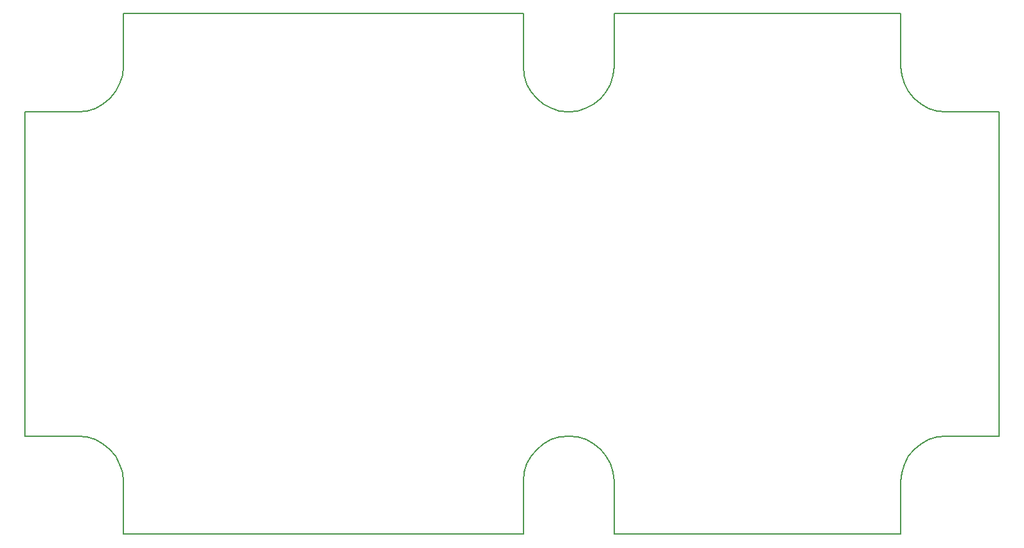
<source format=gbr>
G04 #@! TF.GenerationSoftware,KiCad,Pcbnew,(5.0.1)*
G04 #@! TF.CreationDate,2018-11-27T11:36:47+09:00*
G04 #@! TF.ProjectId,securehid,7365637572656869642E6B696361645F,rev?*
G04 #@! TF.SameCoordinates,Original*
G04 #@! TF.FileFunction,Profile,NP*
%FSLAX46Y46*%
G04 Gerber Fmt 4.6, Leading zero omitted, Abs format (unit mm)*
G04 Created by KiCad (PCBNEW (5.0.1)) date Tue Nov 27 11:36:47 2018*
%MOMM*%
%LPD*%
G01*
G04 APERTURE LIST*
%ADD10C,0.200000*%
G04 APERTURE END LIST*
D10*
X45713871Y-104249310D02*
X46463183Y-105163179D01*
X41471074Y-59492509D02*
X34470984Y-59492509D01*
X34470984Y-59492509D02*
X34470984Y-102491954D01*
X42647124Y-59376179D02*
X41471074Y-59492509D01*
X47471234Y-53492359D02*
X47354902Y-54668409D01*
X47354902Y-54668409D02*
X47014539Y-55788543D01*
X47014539Y-55788543D02*
X46463183Y-56821284D01*
X46463183Y-56821284D02*
X45713871Y-57735153D01*
X45713871Y-57735153D02*
X44800000Y-58484463D01*
X44800000Y-58484463D02*
X43767258Y-59035818D01*
X43767258Y-59035818D02*
X42647124Y-59376179D01*
X47471234Y-46492269D02*
X47471234Y-53492359D01*
X103116634Y-58467934D02*
X102228640Y-57735334D01*
X102228640Y-57735334D02*
X101495962Y-56847403D01*
X101495962Y-56847403D02*
X100942728Y-55828267D01*
X100942728Y-55828267D02*
X100593064Y-54702051D01*
X100593064Y-54702051D02*
X100471097Y-53492879D01*
X100471097Y-53492879D02*
X100471097Y-46492269D01*
X100471097Y-46492269D02*
X47471234Y-46492269D01*
X104135818Y-59021080D02*
X103116634Y-58467934D01*
X111446130Y-56847241D02*
X110713524Y-57735153D01*
X110713524Y-57735153D02*
X109825611Y-58467758D01*
X109825611Y-58467758D02*
X108806513Y-59020933D01*
X108806513Y-59020933D02*
X107680351Y-59370558D01*
X107680351Y-59370558D02*
X106471247Y-59492509D01*
X106471247Y-59492509D02*
X105262064Y-59370647D01*
X105262064Y-59370647D02*
X104135818Y-59021080D01*
X111999307Y-55828144D02*
X111446130Y-56847241D01*
X150927321Y-55788540D02*
X150586959Y-54668407D01*
X150586959Y-54668407D02*
X150470627Y-53492359D01*
X150470627Y-53492359D02*
X150470627Y-46492269D01*
X150470627Y-46492269D02*
X112470887Y-46492269D01*
X112470887Y-46492269D02*
X112470887Y-53492879D01*
X112470887Y-53492879D02*
X112348934Y-54701982D01*
X112348934Y-54701982D02*
X111999307Y-55828144D01*
X151478676Y-56821281D02*
X150927321Y-55788540D01*
X163470867Y-102491954D02*
X163470867Y-59492509D01*
X163470867Y-59492509D02*
X156470777Y-59492509D01*
X156470777Y-59492509D02*
X155294729Y-59376177D01*
X155294729Y-59376177D02*
X154174596Y-59035815D01*
X154174596Y-59035815D02*
X153141855Y-58484460D01*
X153141855Y-58484460D02*
X152227986Y-57735150D01*
X152227986Y-57735150D02*
X151478676Y-56821281D01*
X156470777Y-102491954D02*
X163470867Y-102491954D01*
X150586959Y-107316056D02*
X150927321Y-106195923D01*
X150927321Y-106195923D02*
X151478676Y-105163182D01*
X151478676Y-105163182D02*
X152227986Y-104249313D01*
X152227986Y-104249313D02*
X153141855Y-103500003D01*
X153141855Y-103500003D02*
X154174596Y-102948648D01*
X154174596Y-102948648D02*
X155294729Y-102608286D01*
X155294729Y-102608286D02*
X156470777Y-102491954D01*
X150470627Y-108492104D02*
X150586959Y-107316056D01*
X110713524Y-104249310D02*
X111446130Y-105137222D01*
X111446130Y-105137222D02*
X111999307Y-106156319D01*
X111999307Y-106156319D02*
X112348934Y-107282481D01*
X112348934Y-107282481D02*
X112470887Y-108491584D01*
X112470887Y-108491584D02*
X112470887Y-115492194D01*
X112470887Y-115492194D02*
X150470627Y-115492194D01*
X150470627Y-115492194D02*
X150470627Y-108492104D01*
X109825611Y-103516705D02*
X110713524Y-104249310D01*
X102228640Y-104249129D02*
X103116634Y-103516529D01*
X103116634Y-103516529D02*
X104135818Y-102963383D01*
X104135818Y-102963383D02*
X105262064Y-102613816D01*
X105262064Y-102613816D02*
X106471247Y-102491954D01*
X106471247Y-102491954D02*
X107680351Y-102613905D01*
X107680351Y-102613905D02*
X108806513Y-102963530D01*
X108806513Y-102963530D02*
X109825611Y-103516705D01*
X101495962Y-105137060D02*
X102228640Y-104249129D01*
X47354902Y-107316054D02*
X47471234Y-108492104D01*
X47471234Y-108492104D02*
X47471234Y-115492194D01*
X47471234Y-115492194D02*
X100471097Y-115492194D01*
X100471097Y-115492194D02*
X100471097Y-108491584D01*
X46463183Y-105163179D02*
X47014539Y-106195920D01*
X100471097Y-108491584D02*
X100593064Y-107282412D01*
X100593064Y-107282412D02*
X100942728Y-106156196D01*
X100942728Y-106156196D02*
X101495962Y-105137060D01*
X47014539Y-106195920D02*
X47354902Y-107316054D01*
X34470984Y-102491954D02*
X41471074Y-102491954D01*
X41471074Y-102491954D02*
X42647124Y-102608284D01*
X42647124Y-102608284D02*
X43767258Y-102948645D01*
X43767258Y-102948645D02*
X44800000Y-103500000D01*
X44800000Y-103500000D02*
X45713871Y-104249310D01*
M02*

</source>
